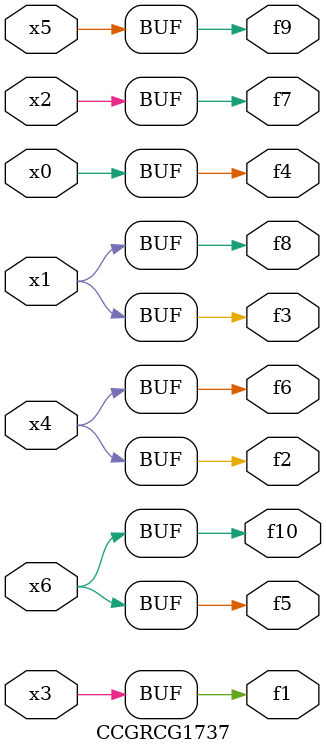
<source format=v>
module CCGRCG1737(
	input x0, x1, x2, x3, x4, x5, x6,
	output f1, f2, f3, f4, f5, f6, f7, f8, f9, f10
);
	assign f1 = x3;
	assign f2 = x4;
	assign f3 = x1;
	assign f4 = x0;
	assign f5 = x6;
	assign f6 = x4;
	assign f7 = x2;
	assign f8 = x1;
	assign f9 = x5;
	assign f10 = x6;
endmodule

</source>
